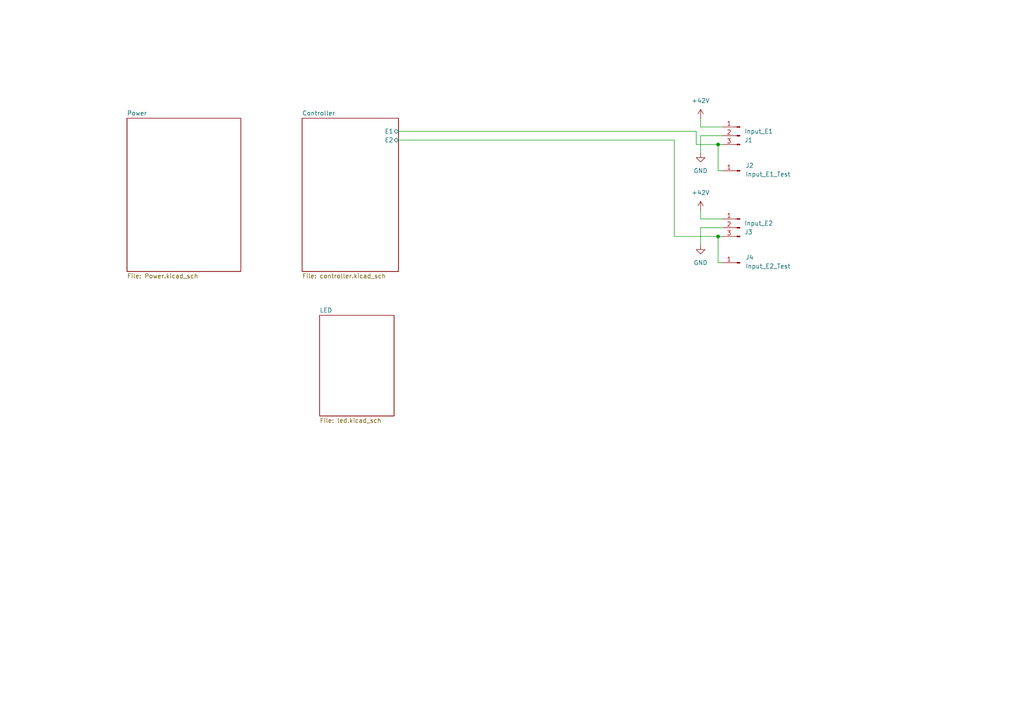
<source format=kicad_sch>
(kicad_sch (version 20231120) (generator "eeschema") (generator_version "8.0")
  (paper "A4")
  (lib_symbols
    (symbol "Connector:Conn_01x01_Pin" (pin_names (offset 1.016) hide)
      (property "Reference" "J" (at 0 2.54 0))
      (property "Value" "Conn_01x01_Pin" (at 0 -2.54 0))
      (symbol "Conn_01x01_Pin_1_1"
        (polyline (pts (xy 1.27 0) (xy 0.8636 0)) (stroke (width 0.1524)))
        (rectangle (start 0.8636 0.127) (end 0 -0.127) (stroke (width 0.1524)) (fill (type outline)))
        (pin passive line (at 5.08 0 180) (length 3.81) (name "Pin_1") (number "1"))
      )
    )
    (symbol "Connector:Conn_01x03_Pin" (pin_names (offset 1.016) hide)
      (property "Reference" "J" (at 0 5.08 0))
      (property "Value" "Conn_01x03_Pin" (at 0 -5.08 0))
      (symbol "Conn_01x03_Pin_1_1"
        (polyline (pts (xy 1.27 -2.54) (xy 0.8636 -2.54)) (stroke (width 0.1524)))
        (polyline (pts (xy 1.27 0) (xy 0.8636 0)) (stroke (width 0.1524)))
        (polyline (pts (xy 1.27 2.54) (xy 0.8636 2.54)) (stroke (width 0.1524)))
        (rectangle (start 0.8636 -2.413) (end 0 -2.667) (stroke (width 0.1524)) (fill (type outline)))
        (rectangle (start 0.8636 0.127) (end 0 -0.127) (stroke (width 0.1524)) (fill (type outline)))
        (rectangle (start 0.8636 2.667) (end 0 2.413) (stroke (width 0.1524)) (fill (type outline)))
        (pin passive line (at 5.08 2.54 180) (length 3.81) (name "Pin_1") (number "1"))
        (pin passive line (at 5.08 0 180) (length 3.81) (name "Pin_2") (number "2"))
        (pin passive line (at 5.08 -2.54 180) (length 3.81) (name "Pin_3") (number "3"))
      )
    )
    (symbol "power:+48V" (power) (pin_numbers hide) (pin_names (offset 0) hide)
      (property "Value" "+48V" (at 0 3.556 0))
      (symbol "+48V_0_1"
        (polyline (pts (xy -0.762 1.27) (xy 0 2.54)))
        (polyline (pts (xy 0 0) (xy 0 2.54)))
        (polyline (pts (xy 0 2.54) (xy 0.762 1.27)))
      )
      (symbol "+48V_1_1"
        (pin power_in line (at 0 0 90) (length 0) (name "~") (number "1"))
      )
    )
    (symbol "power:GND" (power) (pin_numbers hide) (pin_names (offset 0) hide)
      (property "Value" "GND" (at 0 -3.81 0))
      (symbol "GND_0_1"
        (polyline (pts (xy 0 0) (xy 0 -1.27) (xy 1.27 -1.27) (xy 0 -2.54) (xy -1.27 -1.27) (xy 0 -1.27)))
      )
      (symbol "GND_1_1"
        (pin power_in line (at 0 0 270) (length 0) (name "~") (number "1"))
      )
    )
  )
  (junction (at 208.28 41.91))
  (junction (at 208.28 68.58))
  (wire (pts (xy 203.2 66.04) (xy 203.2 71.12)))
  (wire (pts (xy 208.28 76.2) (xy 209.55 76.2)))
  (wire (pts (xy 195.58 68.58) (xy 208.28 68.58)))
  (wire (pts (xy 209.55 49.53) (xy 208.28 49.53)))
  (wire (pts (xy 208.28 41.91) (xy 209.55 41.91)))
  (wire (pts (xy 115.57 40.64) (xy 195.58 40.64)))
  (wire (pts (xy 203.2 39.37) (xy 209.55 39.37)))
  (wire (pts (xy 209.55 66.04) (xy 203.2 66.04)))
  (wire (pts (xy 201.93 41.91) (xy 208.28 41.91)))
  (wire (pts (xy 203.2 34.29) (xy 203.2 36.83)))
  (wire (pts (xy 203.2 63.5) (xy 209.55 63.5)))
  (wire (pts (xy 203.2 36.83) (xy 209.55 36.83)))
  (wire (pts (xy 203.2 39.37) (xy 203.2 44.45)))
  (wire (pts (xy 115.57 38.1) (xy 201.93 38.1)))
  (wire (pts (xy 208.28 49.53) (xy 208.28 41.91)))
  (wire (pts (xy 201.93 38.1) (xy 201.93 41.91)))
  (wire (pts (xy 203.2 60.96) (xy 203.2 63.5)))
  (wire (pts (xy 195.58 40.64) (xy 195.58 68.58)))
  (wire (pts (xy 209.55 68.58) (xy 208.28 68.58)))
  (wire (pts (xy 208.28 68.58) (xy 208.28 76.2)))
  (symbol (lib_id "power:GND") (at 203.2 44.45 0) (unit 1)
    (property "Reference" "#PWR02" (effects (hide yes)))
    (property "Value" "GND" (at 203.2 49.53 0))
    (property "Description" "Power symbol creates a global label with name \"GND\" , ground" (effects (hide yes)))
  )
  (symbol (lib_id "power:GND") (at 203.2 71.12 0) (unit 1)
    (property "Reference" "#PWR04" (effects (hide yes)))
    (property "Value" "GND" (at 203.2 76.2 0))
    (property "Description" "Power symbol creates a global label with name \"GND\" , ground" (effects (hide yes)))
  )
  (symbol (lib_id "Connector:Conn_01x01_Pin") (at 214.63 76.2 180) (unit 1)
    (property "Reference" "J4" (at 217.424 74.676 0))
    (property "Value" "Input_E2_Test" (at 222.758 77.216 0))
    (property "Footprint" "Connector_PinHeader_2.54mm:PinHeader_1x01_P2.54mm_Vertical" (effects (hide yes)))
    (property "Description" "Generic connector, single row, 01x01, script generated" (effects (hide yes)))
  )
  (symbol (lib_id "Connector:Conn_01x03_Pin") (at 214.63 66.04 0) (mirror y) (unit 1)
    (property "Reference" "J3" (at 215.9 67.3101 0) (effects (justify right)))
    (property "Value" "Input_E2" (at 215.9 64.7701 0) (effects (justify right)))
    (property "Footprint" "Connector_PinHeader_2.54mm:PinHeader_1x03_P2.54mm_Vertical" (effects (hide yes)))
    (property "Description" "Generic connector, single row, 01x03, script generated" (effects (hide yes)))
  )
  (symbol (lib_id "power:+48V") (at 203.2 34.29 0) (unit 1)
    (property "Reference" "#PWR01" (effects (hide yes)))
    (property "Value" "+42V" (at 203.2 29.21 0))
    (property "Description" "Power symbol creates a global label with name \"+48V\"" (effects (hide yes)))
  )
  (symbol (lib_id "Connector:Conn_01x01_Pin") (at 214.63 49.53 180) (unit 1)
    (property "Reference" "J2" (at 217.424 48.006 0))
    (property "Value" "Input_E1_Test" (at 222.758 50.546 0))
    (property "Footprint" "Connector_PinHeader_2.54mm:PinHeader_1x01_P2.54mm_Vertical" (effects (hide yes)))
    (property "Description" "Generic connector, single row, 01x01, script generated" (effects (hide yes)))
  )
  (symbol (lib_id "Connector:Conn_01x03_Pin") (at 214.63 39.37 0) (mirror y) (unit 1)
    (property "Reference" "J1" (at 215.9 40.6401 0) (effects (justify right)))
    (property "Value" "Input_E1" (at 215.9 38.1001 0) (effects (justify right)))
    (property "Footprint" "Connector_PinHeader_2.54mm:PinHeader_1x03_P2.54mm_Vertical" (effects (hide yes)))
    (property "Description" "Generic connector, single row, 01x03, script generated" (effects (hide yes)))
  )
  (symbol (lib_id "power:+48V") (at 203.2 60.96 0) (unit 1)
    (property "Reference" "#PWR03" (effects (hide yes)))
    (property "Value" "+42V" (at 203.2 55.88 0))
    (property "Description" "Power symbol creates a global label with name \"+48V\"" (effects (hide yes)))
  )
  (sheet (at 92.71 91.44) (size 21.59 29.21) (stroke (width 0.1524))
    (property "Sheetname" "LED" (at 92.71 90.7284 0) (effects (justify left bottom)))
    (property "Sheetfile" "led.kicad_sch" (at 92.71 121.2346 0) (effects (justify left top)))
  )
  (sheet (at 36.83 34.29) (size 33.02 44.45) (stroke (width 0.1524))
    (property "Sheetname" "Power" (at 36.83 33.5784 0) (effects (justify left bottom)))
    (property "Sheetfile" "Power.kicad_sch" (at 36.83 79.3246 0) (effects (justify left top)))
  )
  (sheet (at 87.63 34.29) (size 27.94 44.45) (stroke (width 0.1524))
    (property "Sheetname" "Controller" (at 87.63 33.5784 0) (effects (justify left bottom)))
    (property "Sheetfile" "controller.kicad_sch" (at 87.63 79.3246 0) (effects (justify left top)))
    (pin "E1" bidirectional (at 115.57 38.1 0))
    (pin "E2" bidirectional (at 115.57 40.64 0))
  )
)
</source>
